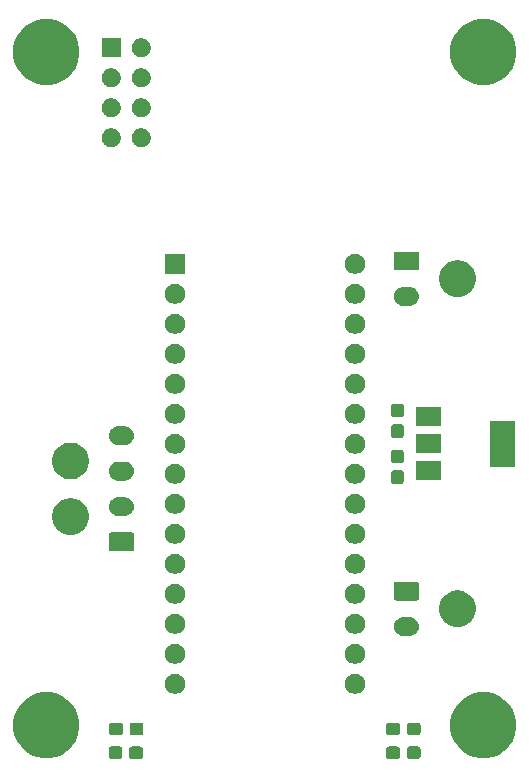
<source format=gbr>
G04 #@! TF.GenerationSoftware,KiCad,Pcbnew,(5.1.5)-3*
G04 #@! TF.CreationDate,2020-05-08T00:55:34-06:00*
G04 #@! TF.ProjectId,camera,63616d65-7261-42e6-9b69-6361645f7063,rev?*
G04 #@! TF.SameCoordinates,Original*
G04 #@! TF.FileFunction,Soldermask,Top*
G04 #@! TF.FilePolarity,Negative*
%FSLAX46Y46*%
G04 Gerber Fmt 4.6, Leading zero omitted, Abs format (unit mm)*
G04 Created by KiCad (PCBNEW (5.1.5)-3) date 2020-05-08 00:55:34*
%MOMM*%
%LPD*%
G04 APERTURE LIST*
%ADD10C,0.100000*%
G04 APERTURE END LIST*
D10*
G36*
X72015499Y-147802445D02*
G01*
X72052995Y-147813820D01*
X72087554Y-147832292D01*
X72117847Y-147857153D01*
X72142708Y-147887446D01*
X72161180Y-147922005D01*
X72172555Y-147959501D01*
X72177000Y-148004638D01*
X72177000Y-148643362D01*
X72172555Y-148688499D01*
X72161180Y-148725995D01*
X72142708Y-148760554D01*
X72117847Y-148790847D01*
X72087554Y-148815708D01*
X72052995Y-148834180D01*
X72015499Y-148845555D01*
X71970362Y-148850000D01*
X71231638Y-148850000D01*
X71186501Y-148845555D01*
X71149005Y-148834180D01*
X71114446Y-148815708D01*
X71084153Y-148790847D01*
X71059292Y-148760554D01*
X71040820Y-148725995D01*
X71029445Y-148688499D01*
X71025000Y-148643362D01*
X71025000Y-148004638D01*
X71029445Y-147959501D01*
X71040820Y-147922005D01*
X71059292Y-147887446D01*
X71084153Y-147857153D01*
X71114446Y-147832292D01*
X71149005Y-147813820D01*
X71186501Y-147802445D01*
X71231638Y-147798000D01*
X71970362Y-147798000D01*
X72015499Y-147802445D01*
G37*
G36*
X93773499Y-147802445D02*
G01*
X93810995Y-147813820D01*
X93845554Y-147832292D01*
X93875847Y-147857153D01*
X93900708Y-147887446D01*
X93919180Y-147922005D01*
X93930555Y-147959501D01*
X93935000Y-148004638D01*
X93935000Y-148643362D01*
X93930555Y-148688499D01*
X93919180Y-148725995D01*
X93900708Y-148760554D01*
X93875847Y-148790847D01*
X93845554Y-148815708D01*
X93810995Y-148834180D01*
X93773499Y-148845555D01*
X93728362Y-148850000D01*
X92989638Y-148850000D01*
X92944501Y-148845555D01*
X92907005Y-148834180D01*
X92872446Y-148815708D01*
X92842153Y-148790847D01*
X92817292Y-148760554D01*
X92798820Y-148725995D01*
X92787445Y-148688499D01*
X92783000Y-148643362D01*
X92783000Y-148004638D01*
X92787445Y-147959501D01*
X92798820Y-147922005D01*
X92817292Y-147887446D01*
X92842153Y-147857153D01*
X92872446Y-147832292D01*
X92907005Y-147813820D01*
X92944501Y-147802445D01*
X92989638Y-147798000D01*
X93728362Y-147798000D01*
X93773499Y-147802445D01*
G37*
G36*
X95523499Y-147802445D02*
G01*
X95560995Y-147813820D01*
X95595554Y-147832292D01*
X95625847Y-147857153D01*
X95650708Y-147887446D01*
X95669180Y-147922005D01*
X95680555Y-147959501D01*
X95685000Y-148004638D01*
X95685000Y-148643362D01*
X95680555Y-148688499D01*
X95669180Y-148725995D01*
X95650708Y-148760554D01*
X95625847Y-148790847D01*
X95595554Y-148815708D01*
X95560995Y-148834180D01*
X95523499Y-148845555D01*
X95478362Y-148850000D01*
X94739638Y-148850000D01*
X94694501Y-148845555D01*
X94657005Y-148834180D01*
X94622446Y-148815708D01*
X94592153Y-148790847D01*
X94567292Y-148760554D01*
X94548820Y-148725995D01*
X94537445Y-148688499D01*
X94533000Y-148643362D01*
X94533000Y-148004638D01*
X94537445Y-147959501D01*
X94548820Y-147922005D01*
X94567292Y-147887446D01*
X94592153Y-147857153D01*
X94622446Y-147832292D01*
X94657005Y-147813820D01*
X94694501Y-147802445D01*
X94739638Y-147798000D01*
X95478362Y-147798000D01*
X95523499Y-147802445D01*
G37*
G36*
X70265499Y-147802445D02*
G01*
X70302995Y-147813820D01*
X70337554Y-147832292D01*
X70367847Y-147857153D01*
X70392708Y-147887446D01*
X70411180Y-147922005D01*
X70422555Y-147959501D01*
X70427000Y-148004638D01*
X70427000Y-148643362D01*
X70422555Y-148688499D01*
X70411180Y-148725995D01*
X70392708Y-148760554D01*
X70367847Y-148790847D01*
X70337554Y-148815708D01*
X70302995Y-148834180D01*
X70265499Y-148845555D01*
X70220362Y-148850000D01*
X69481638Y-148850000D01*
X69436501Y-148845555D01*
X69399005Y-148834180D01*
X69364446Y-148815708D01*
X69334153Y-148790847D01*
X69309292Y-148760554D01*
X69290820Y-148725995D01*
X69279445Y-148688499D01*
X69275000Y-148643362D01*
X69275000Y-148004638D01*
X69279445Y-147959501D01*
X69290820Y-147922005D01*
X69309292Y-147887446D01*
X69334153Y-147857153D01*
X69364446Y-147832292D01*
X69399005Y-147813820D01*
X69436501Y-147802445D01*
X69481638Y-147798000D01*
X70220362Y-147798000D01*
X70265499Y-147802445D01*
G37*
G36*
X64817021Y-143306640D02*
G01*
X65326769Y-143517785D01*
X65326771Y-143517786D01*
X65785534Y-143824321D01*
X66175679Y-144214466D01*
X66482214Y-144673229D01*
X66482215Y-144673231D01*
X66693360Y-145182979D01*
X66801000Y-145724124D01*
X66801000Y-146275876D01*
X66693360Y-146817021D01*
X66482215Y-147326769D01*
X66482214Y-147326771D01*
X66175679Y-147785534D01*
X65785534Y-148175679D01*
X65326771Y-148482214D01*
X65326770Y-148482215D01*
X65326769Y-148482215D01*
X64817021Y-148693360D01*
X64275876Y-148801000D01*
X63724124Y-148801000D01*
X63182979Y-148693360D01*
X62673231Y-148482215D01*
X62673230Y-148482215D01*
X62673229Y-148482214D01*
X62214466Y-148175679D01*
X61824321Y-147785534D01*
X61517786Y-147326771D01*
X61517785Y-147326769D01*
X61306640Y-146817021D01*
X61199000Y-146275876D01*
X61199000Y-145724124D01*
X61306640Y-145182979D01*
X61517785Y-144673231D01*
X61517786Y-144673229D01*
X61824321Y-144214466D01*
X62214466Y-143824321D01*
X62673229Y-143517786D01*
X62673231Y-143517785D01*
X63182979Y-143306640D01*
X63724124Y-143199000D01*
X64275876Y-143199000D01*
X64817021Y-143306640D01*
G37*
G36*
X101817021Y-143306640D02*
G01*
X102326769Y-143517785D01*
X102326771Y-143517786D01*
X102785534Y-143824321D01*
X103175679Y-144214466D01*
X103482214Y-144673229D01*
X103482215Y-144673231D01*
X103693360Y-145182979D01*
X103801000Y-145724124D01*
X103801000Y-146275876D01*
X103693360Y-146817021D01*
X103482215Y-147326769D01*
X103482214Y-147326771D01*
X103175679Y-147785534D01*
X102785534Y-148175679D01*
X102326771Y-148482214D01*
X102326770Y-148482215D01*
X102326769Y-148482215D01*
X101817021Y-148693360D01*
X101275876Y-148801000D01*
X100724124Y-148801000D01*
X100182979Y-148693360D01*
X99673231Y-148482215D01*
X99673230Y-148482215D01*
X99673229Y-148482214D01*
X99214466Y-148175679D01*
X98824321Y-147785534D01*
X98517786Y-147326771D01*
X98517785Y-147326769D01*
X98306640Y-146817021D01*
X98199000Y-146275876D01*
X98199000Y-145724124D01*
X98306640Y-145182979D01*
X98517785Y-144673231D01*
X98517786Y-144673229D01*
X98824321Y-144214466D01*
X99214466Y-143824321D01*
X99673229Y-143517786D01*
X99673231Y-143517785D01*
X100182979Y-143306640D01*
X100724124Y-143199000D01*
X101275876Y-143199000D01*
X101817021Y-143306640D01*
G37*
G36*
X93773499Y-145782445D02*
G01*
X93810995Y-145793820D01*
X93845554Y-145812292D01*
X93875847Y-145837153D01*
X93900708Y-145867446D01*
X93919180Y-145902005D01*
X93930555Y-145939501D01*
X93935000Y-145984638D01*
X93935000Y-146623362D01*
X93930555Y-146668499D01*
X93919180Y-146705995D01*
X93900708Y-146740554D01*
X93875847Y-146770847D01*
X93845554Y-146795708D01*
X93810995Y-146814180D01*
X93773499Y-146825555D01*
X93728362Y-146830000D01*
X92989638Y-146830000D01*
X92944501Y-146825555D01*
X92907005Y-146814180D01*
X92872446Y-146795708D01*
X92842153Y-146770847D01*
X92817292Y-146740554D01*
X92798820Y-146705995D01*
X92787445Y-146668499D01*
X92783000Y-146623362D01*
X92783000Y-145984638D01*
X92787445Y-145939501D01*
X92798820Y-145902005D01*
X92817292Y-145867446D01*
X92842153Y-145837153D01*
X92872446Y-145812292D01*
X92907005Y-145793820D01*
X92944501Y-145782445D01*
X92989638Y-145778000D01*
X93728362Y-145778000D01*
X93773499Y-145782445D01*
G37*
G36*
X95523499Y-145782445D02*
G01*
X95560995Y-145793820D01*
X95595554Y-145812292D01*
X95625847Y-145837153D01*
X95650708Y-145867446D01*
X95669180Y-145902005D01*
X95680555Y-145939501D01*
X95685000Y-145984638D01*
X95685000Y-146623362D01*
X95680555Y-146668499D01*
X95669180Y-146705995D01*
X95650708Y-146740554D01*
X95625847Y-146770847D01*
X95595554Y-146795708D01*
X95560995Y-146814180D01*
X95523499Y-146825555D01*
X95478362Y-146830000D01*
X94739638Y-146830000D01*
X94694501Y-146825555D01*
X94657005Y-146814180D01*
X94622446Y-146795708D01*
X94592153Y-146770847D01*
X94567292Y-146740554D01*
X94548820Y-146705995D01*
X94537445Y-146668499D01*
X94533000Y-146623362D01*
X94533000Y-145984638D01*
X94537445Y-145939501D01*
X94548820Y-145902005D01*
X94567292Y-145867446D01*
X94592153Y-145837153D01*
X94622446Y-145812292D01*
X94657005Y-145793820D01*
X94694501Y-145782445D01*
X94739638Y-145778000D01*
X95478362Y-145778000D01*
X95523499Y-145782445D01*
G37*
G36*
X70310499Y-145782445D02*
G01*
X70347995Y-145793820D01*
X70382554Y-145812292D01*
X70412847Y-145837153D01*
X70437708Y-145867446D01*
X70456180Y-145902005D01*
X70467555Y-145939501D01*
X70472000Y-145984638D01*
X70472000Y-146623362D01*
X70467555Y-146668499D01*
X70456180Y-146705995D01*
X70437708Y-146740554D01*
X70412847Y-146770847D01*
X70382554Y-146795708D01*
X70347995Y-146814180D01*
X70310499Y-146825555D01*
X70265362Y-146830000D01*
X69526638Y-146830000D01*
X69481501Y-146825555D01*
X69444005Y-146814180D01*
X69409446Y-146795708D01*
X69379153Y-146770847D01*
X69354292Y-146740554D01*
X69335820Y-146705995D01*
X69324445Y-146668499D01*
X69320000Y-146623362D01*
X69320000Y-145984638D01*
X69324445Y-145939501D01*
X69335820Y-145902005D01*
X69354292Y-145867446D01*
X69379153Y-145837153D01*
X69409446Y-145812292D01*
X69444005Y-145793820D01*
X69481501Y-145782445D01*
X69526638Y-145778000D01*
X70265362Y-145778000D01*
X70310499Y-145782445D01*
G37*
G36*
X72060499Y-145782445D02*
G01*
X72097995Y-145793820D01*
X72132554Y-145812292D01*
X72162847Y-145837153D01*
X72187708Y-145867446D01*
X72206180Y-145902005D01*
X72217555Y-145939501D01*
X72222000Y-145984638D01*
X72222000Y-146623362D01*
X72217555Y-146668499D01*
X72206180Y-146705995D01*
X72187708Y-146740554D01*
X72162847Y-146770847D01*
X72132554Y-146795708D01*
X72097995Y-146814180D01*
X72060499Y-146825555D01*
X72015362Y-146830000D01*
X71276638Y-146830000D01*
X71231501Y-146825555D01*
X71194005Y-146814180D01*
X71159446Y-146795708D01*
X71129153Y-146770847D01*
X71104292Y-146740554D01*
X71085820Y-146705995D01*
X71074445Y-146668499D01*
X71070000Y-146623362D01*
X71070000Y-145984638D01*
X71074445Y-145939501D01*
X71085820Y-145902005D01*
X71104292Y-145867446D01*
X71129153Y-145837153D01*
X71159446Y-145812292D01*
X71194005Y-145793820D01*
X71231501Y-145782445D01*
X71276638Y-145778000D01*
X72015362Y-145778000D01*
X72060499Y-145782445D01*
G37*
G36*
X90378228Y-141675703D02*
G01*
X90533100Y-141739853D01*
X90672481Y-141832985D01*
X90791015Y-141951519D01*
X90884147Y-142090900D01*
X90948297Y-142245772D01*
X90981000Y-142410184D01*
X90981000Y-142577816D01*
X90948297Y-142742228D01*
X90884147Y-142897100D01*
X90791015Y-143036481D01*
X90672481Y-143155015D01*
X90533100Y-143248147D01*
X90378228Y-143312297D01*
X90213816Y-143345000D01*
X90046184Y-143345000D01*
X89881772Y-143312297D01*
X89726900Y-143248147D01*
X89587519Y-143155015D01*
X89468985Y-143036481D01*
X89375853Y-142897100D01*
X89311703Y-142742228D01*
X89279000Y-142577816D01*
X89279000Y-142410184D01*
X89311703Y-142245772D01*
X89375853Y-142090900D01*
X89468985Y-141951519D01*
X89587519Y-141832985D01*
X89726900Y-141739853D01*
X89881772Y-141675703D01*
X90046184Y-141643000D01*
X90213816Y-141643000D01*
X90378228Y-141675703D01*
G37*
G36*
X75138228Y-141675703D02*
G01*
X75293100Y-141739853D01*
X75432481Y-141832985D01*
X75551015Y-141951519D01*
X75644147Y-142090900D01*
X75708297Y-142245772D01*
X75741000Y-142410184D01*
X75741000Y-142577816D01*
X75708297Y-142742228D01*
X75644147Y-142897100D01*
X75551015Y-143036481D01*
X75432481Y-143155015D01*
X75293100Y-143248147D01*
X75138228Y-143312297D01*
X74973816Y-143345000D01*
X74806184Y-143345000D01*
X74641772Y-143312297D01*
X74486900Y-143248147D01*
X74347519Y-143155015D01*
X74228985Y-143036481D01*
X74135853Y-142897100D01*
X74071703Y-142742228D01*
X74039000Y-142577816D01*
X74039000Y-142410184D01*
X74071703Y-142245772D01*
X74135853Y-142090900D01*
X74228985Y-141951519D01*
X74347519Y-141832985D01*
X74486900Y-141739853D01*
X74641772Y-141675703D01*
X74806184Y-141643000D01*
X74973816Y-141643000D01*
X75138228Y-141675703D01*
G37*
G36*
X75138228Y-139135703D02*
G01*
X75293100Y-139199853D01*
X75432481Y-139292985D01*
X75551015Y-139411519D01*
X75644147Y-139550900D01*
X75708297Y-139705772D01*
X75741000Y-139870184D01*
X75741000Y-140037816D01*
X75708297Y-140202228D01*
X75644147Y-140357100D01*
X75551015Y-140496481D01*
X75432481Y-140615015D01*
X75293100Y-140708147D01*
X75138228Y-140772297D01*
X74973816Y-140805000D01*
X74806184Y-140805000D01*
X74641772Y-140772297D01*
X74486900Y-140708147D01*
X74347519Y-140615015D01*
X74228985Y-140496481D01*
X74135853Y-140357100D01*
X74071703Y-140202228D01*
X74039000Y-140037816D01*
X74039000Y-139870184D01*
X74071703Y-139705772D01*
X74135853Y-139550900D01*
X74228985Y-139411519D01*
X74347519Y-139292985D01*
X74486900Y-139199853D01*
X74641772Y-139135703D01*
X74806184Y-139103000D01*
X74973816Y-139103000D01*
X75138228Y-139135703D01*
G37*
G36*
X90378228Y-139135703D02*
G01*
X90533100Y-139199853D01*
X90672481Y-139292985D01*
X90791015Y-139411519D01*
X90884147Y-139550900D01*
X90948297Y-139705772D01*
X90981000Y-139870184D01*
X90981000Y-140037816D01*
X90948297Y-140202228D01*
X90884147Y-140357100D01*
X90791015Y-140496481D01*
X90672481Y-140615015D01*
X90533100Y-140708147D01*
X90378228Y-140772297D01*
X90213816Y-140805000D01*
X90046184Y-140805000D01*
X89881772Y-140772297D01*
X89726900Y-140708147D01*
X89587519Y-140615015D01*
X89468985Y-140496481D01*
X89375853Y-140357100D01*
X89311703Y-140202228D01*
X89279000Y-140037816D01*
X89279000Y-139870184D01*
X89311703Y-139705772D01*
X89375853Y-139550900D01*
X89468985Y-139411519D01*
X89587519Y-139292985D01*
X89726900Y-139199853D01*
X89881772Y-139135703D01*
X90046184Y-139103000D01*
X90213816Y-139103000D01*
X90378228Y-139135703D01*
G37*
G36*
X94826571Y-136846863D02*
G01*
X94905023Y-136854590D01*
X94984417Y-136878674D01*
X95056013Y-136900392D01*
X95195165Y-136974771D01*
X95317133Y-137074867D01*
X95417229Y-137196835D01*
X95491608Y-137335987D01*
X95495477Y-137348741D01*
X95537410Y-137486977D01*
X95552875Y-137644000D01*
X95537410Y-137801023D01*
X95532533Y-137817100D01*
X95491608Y-137952013D01*
X95417229Y-138091165D01*
X95317133Y-138213133D01*
X95195165Y-138313229D01*
X95056013Y-138387608D01*
X95005682Y-138402875D01*
X94905023Y-138433410D01*
X94826571Y-138441137D01*
X94787346Y-138445000D01*
X94188654Y-138445000D01*
X94149429Y-138441137D01*
X94070977Y-138433410D01*
X93970318Y-138402875D01*
X93919987Y-138387608D01*
X93780835Y-138313229D01*
X93658867Y-138213133D01*
X93558771Y-138091165D01*
X93484392Y-137952013D01*
X93443467Y-137817100D01*
X93438590Y-137801023D01*
X93423125Y-137644000D01*
X93438590Y-137486977D01*
X93480523Y-137348741D01*
X93484392Y-137335987D01*
X93558771Y-137196835D01*
X93658867Y-137074867D01*
X93780835Y-136974771D01*
X93919987Y-136900392D01*
X93991583Y-136878674D01*
X94070977Y-136854590D01*
X94149429Y-136846863D01*
X94188654Y-136843000D01*
X94787346Y-136843000D01*
X94826571Y-136846863D01*
G37*
G36*
X90378228Y-136595703D02*
G01*
X90533100Y-136659853D01*
X90672481Y-136752985D01*
X90791015Y-136871519D01*
X90884147Y-137010900D01*
X90948297Y-137165772D01*
X90981000Y-137330184D01*
X90981000Y-137497816D01*
X90948297Y-137662228D01*
X90884147Y-137817100D01*
X90791015Y-137956481D01*
X90672481Y-138075015D01*
X90533100Y-138168147D01*
X90378228Y-138232297D01*
X90213816Y-138265000D01*
X90046184Y-138265000D01*
X89881772Y-138232297D01*
X89726900Y-138168147D01*
X89587519Y-138075015D01*
X89468985Y-137956481D01*
X89375853Y-137817100D01*
X89311703Y-137662228D01*
X89279000Y-137497816D01*
X89279000Y-137330184D01*
X89311703Y-137165772D01*
X89375853Y-137010900D01*
X89468985Y-136871519D01*
X89587519Y-136752985D01*
X89726900Y-136659853D01*
X89881772Y-136595703D01*
X90046184Y-136563000D01*
X90213816Y-136563000D01*
X90378228Y-136595703D01*
G37*
G36*
X75138228Y-136595703D02*
G01*
X75293100Y-136659853D01*
X75432481Y-136752985D01*
X75551015Y-136871519D01*
X75644147Y-137010900D01*
X75708297Y-137165772D01*
X75741000Y-137330184D01*
X75741000Y-137497816D01*
X75708297Y-137662228D01*
X75644147Y-137817100D01*
X75551015Y-137956481D01*
X75432481Y-138075015D01*
X75293100Y-138168147D01*
X75138228Y-138232297D01*
X74973816Y-138265000D01*
X74806184Y-138265000D01*
X74641772Y-138232297D01*
X74486900Y-138168147D01*
X74347519Y-138075015D01*
X74228985Y-137956481D01*
X74135853Y-137817100D01*
X74071703Y-137662228D01*
X74039000Y-137497816D01*
X74039000Y-137330184D01*
X74071703Y-137165772D01*
X74135853Y-137010900D01*
X74228985Y-136871519D01*
X74347519Y-136752985D01*
X74486900Y-136659853D01*
X74641772Y-136595703D01*
X74806184Y-136563000D01*
X74973816Y-136563000D01*
X75138228Y-136595703D01*
G37*
G36*
X99110585Y-134622802D02*
G01*
X99260410Y-134652604D01*
X99542674Y-134769521D01*
X99796705Y-134939259D01*
X100012741Y-135155295D01*
X100182479Y-135409326D01*
X100299396Y-135691590D01*
X100359000Y-135991240D01*
X100359000Y-136296760D01*
X100299396Y-136596410D01*
X100182479Y-136878674D01*
X100012741Y-137132705D01*
X99796705Y-137348741D01*
X99542674Y-137518479D01*
X99260410Y-137635396D01*
X99125516Y-137662228D01*
X98960761Y-137695000D01*
X98655239Y-137695000D01*
X98490484Y-137662228D01*
X98355590Y-137635396D01*
X98073326Y-137518479D01*
X97819295Y-137348741D01*
X97603259Y-137132705D01*
X97433521Y-136878674D01*
X97316604Y-136596410D01*
X97257000Y-136296760D01*
X97257000Y-135991240D01*
X97316604Y-135691590D01*
X97433521Y-135409326D01*
X97603259Y-135155295D01*
X97819295Y-134939259D01*
X98073326Y-134769521D01*
X98355590Y-134652604D01*
X98505415Y-134622802D01*
X98655239Y-134593000D01*
X98960761Y-134593000D01*
X99110585Y-134622802D01*
G37*
G36*
X90378228Y-134055703D02*
G01*
X90533100Y-134119853D01*
X90672481Y-134212985D01*
X90791015Y-134331519D01*
X90884147Y-134470900D01*
X90948297Y-134625772D01*
X90981000Y-134790184D01*
X90981000Y-134957816D01*
X90948297Y-135122228D01*
X90884147Y-135277100D01*
X90791015Y-135416481D01*
X90672481Y-135535015D01*
X90533100Y-135628147D01*
X90378228Y-135692297D01*
X90213816Y-135725000D01*
X90046184Y-135725000D01*
X89881772Y-135692297D01*
X89726900Y-135628147D01*
X89587519Y-135535015D01*
X89468985Y-135416481D01*
X89375853Y-135277100D01*
X89311703Y-135122228D01*
X89279000Y-134957816D01*
X89279000Y-134790184D01*
X89311703Y-134625772D01*
X89375853Y-134470900D01*
X89468985Y-134331519D01*
X89587519Y-134212985D01*
X89726900Y-134119853D01*
X89881772Y-134055703D01*
X90046184Y-134023000D01*
X90213816Y-134023000D01*
X90378228Y-134055703D01*
G37*
G36*
X75138228Y-134055703D02*
G01*
X75293100Y-134119853D01*
X75432481Y-134212985D01*
X75551015Y-134331519D01*
X75644147Y-134470900D01*
X75708297Y-134625772D01*
X75741000Y-134790184D01*
X75741000Y-134957816D01*
X75708297Y-135122228D01*
X75644147Y-135277100D01*
X75551015Y-135416481D01*
X75432481Y-135535015D01*
X75293100Y-135628147D01*
X75138228Y-135692297D01*
X74973816Y-135725000D01*
X74806184Y-135725000D01*
X74641772Y-135692297D01*
X74486900Y-135628147D01*
X74347519Y-135535015D01*
X74228985Y-135416481D01*
X74135853Y-135277100D01*
X74071703Y-135122228D01*
X74039000Y-134957816D01*
X74039000Y-134790184D01*
X74071703Y-134625772D01*
X74135853Y-134470900D01*
X74228985Y-134331519D01*
X74347519Y-134212985D01*
X74486900Y-134119853D01*
X74641772Y-134055703D01*
X74806184Y-134023000D01*
X74973816Y-134023000D01*
X75138228Y-134055703D01*
G37*
G36*
X95401048Y-133847122D02*
G01*
X95435387Y-133857539D01*
X95467036Y-133874456D01*
X95494778Y-133897222D01*
X95517544Y-133924964D01*
X95534461Y-133956613D01*
X95544878Y-133990952D01*
X95549000Y-134032807D01*
X95549000Y-135255193D01*
X95544878Y-135297048D01*
X95534461Y-135331387D01*
X95517544Y-135363036D01*
X95494778Y-135390778D01*
X95467036Y-135413544D01*
X95435387Y-135430461D01*
X95401048Y-135440878D01*
X95359193Y-135445000D01*
X93616807Y-135445000D01*
X93574952Y-135440878D01*
X93540613Y-135430461D01*
X93508964Y-135413544D01*
X93481222Y-135390778D01*
X93458456Y-135363036D01*
X93441539Y-135331387D01*
X93431122Y-135297048D01*
X93427000Y-135255193D01*
X93427000Y-134032807D01*
X93431122Y-133990952D01*
X93441539Y-133956613D01*
X93458456Y-133924964D01*
X93481222Y-133897222D01*
X93508964Y-133874456D01*
X93540613Y-133857539D01*
X93574952Y-133847122D01*
X93616807Y-133843000D01*
X95359193Y-133843000D01*
X95401048Y-133847122D01*
G37*
G36*
X75138228Y-131515703D02*
G01*
X75293100Y-131579853D01*
X75432481Y-131672985D01*
X75551015Y-131791519D01*
X75644147Y-131930900D01*
X75708297Y-132085772D01*
X75741000Y-132250184D01*
X75741000Y-132417816D01*
X75708297Y-132582228D01*
X75644147Y-132737100D01*
X75551015Y-132876481D01*
X75432481Y-132995015D01*
X75293100Y-133088147D01*
X75138228Y-133152297D01*
X74973816Y-133185000D01*
X74806184Y-133185000D01*
X74641772Y-133152297D01*
X74486900Y-133088147D01*
X74347519Y-132995015D01*
X74228985Y-132876481D01*
X74135853Y-132737100D01*
X74071703Y-132582228D01*
X74039000Y-132417816D01*
X74039000Y-132250184D01*
X74071703Y-132085772D01*
X74135853Y-131930900D01*
X74228985Y-131791519D01*
X74347519Y-131672985D01*
X74486900Y-131579853D01*
X74641772Y-131515703D01*
X74806184Y-131483000D01*
X74973816Y-131483000D01*
X75138228Y-131515703D01*
G37*
G36*
X90378228Y-131515703D02*
G01*
X90533100Y-131579853D01*
X90672481Y-131672985D01*
X90791015Y-131791519D01*
X90884147Y-131930900D01*
X90948297Y-132085772D01*
X90981000Y-132250184D01*
X90981000Y-132417816D01*
X90948297Y-132582228D01*
X90884147Y-132737100D01*
X90791015Y-132876481D01*
X90672481Y-132995015D01*
X90533100Y-133088147D01*
X90378228Y-133152297D01*
X90213816Y-133185000D01*
X90046184Y-133185000D01*
X89881772Y-133152297D01*
X89726900Y-133088147D01*
X89587519Y-132995015D01*
X89468985Y-132876481D01*
X89375853Y-132737100D01*
X89311703Y-132582228D01*
X89279000Y-132417816D01*
X89279000Y-132250184D01*
X89311703Y-132085772D01*
X89375853Y-131930900D01*
X89468985Y-131791519D01*
X89587519Y-131672985D01*
X89726900Y-131579853D01*
X89881772Y-131515703D01*
X90046184Y-131483000D01*
X90213816Y-131483000D01*
X90378228Y-131515703D01*
G37*
G36*
X71271048Y-129687122D02*
G01*
X71305387Y-129697539D01*
X71337036Y-129714456D01*
X71364778Y-129737222D01*
X71387544Y-129764964D01*
X71404461Y-129796613D01*
X71414878Y-129830952D01*
X71419000Y-129872807D01*
X71419000Y-131095193D01*
X71414878Y-131137048D01*
X71404461Y-131171387D01*
X71387544Y-131203036D01*
X71364778Y-131230778D01*
X71337036Y-131253544D01*
X71305387Y-131270461D01*
X71271048Y-131280878D01*
X71229193Y-131285000D01*
X69486807Y-131285000D01*
X69444952Y-131280878D01*
X69410613Y-131270461D01*
X69378964Y-131253544D01*
X69351222Y-131230778D01*
X69328456Y-131203036D01*
X69311539Y-131171387D01*
X69301122Y-131137048D01*
X69297000Y-131095193D01*
X69297000Y-129872807D01*
X69301122Y-129830952D01*
X69311539Y-129796613D01*
X69328456Y-129764964D01*
X69351222Y-129737222D01*
X69378964Y-129714456D01*
X69410613Y-129697539D01*
X69444952Y-129687122D01*
X69486807Y-129683000D01*
X71229193Y-129683000D01*
X71271048Y-129687122D01*
G37*
G36*
X90378228Y-128975703D02*
G01*
X90533100Y-129039853D01*
X90672481Y-129132985D01*
X90791015Y-129251519D01*
X90884147Y-129390900D01*
X90948297Y-129545772D01*
X90981000Y-129710184D01*
X90981000Y-129877816D01*
X90948297Y-130042228D01*
X90884147Y-130197100D01*
X90791015Y-130336481D01*
X90672481Y-130455015D01*
X90533100Y-130548147D01*
X90378228Y-130612297D01*
X90213816Y-130645000D01*
X90046184Y-130645000D01*
X89881772Y-130612297D01*
X89726900Y-130548147D01*
X89587519Y-130455015D01*
X89468985Y-130336481D01*
X89375853Y-130197100D01*
X89311703Y-130042228D01*
X89279000Y-129877816D01*
X89279000Y-129710184D01*
X89311703Y-129545772D01*
X89375853Y-129390900D01*
X89468985Y-129251519D01*
X89587519Y-129132985D01*
X89726900Y-129039853D01*
X89881772Y-128975703D01*
X90046184Y-128943000D01*
X90213816Y-128943000D01*
X90378228Y-128975703D01*
G37*
G36*
X75138228Y-128975703D02*
G01*
X75293100Y-129039853D01*
X75432481Y-129132985D01*
X75551015Y-129251519D01*
X75644147Y-129390900D01*
X75708297Y-129545772D01*
X75741000Y-129710184D01*
X75741000Y-129877816D01*
X75708297Y-130042228D01*
X75644147Y-130197100D01*
X75551015Y-130336481D01*
X75432481Y-130455015D01*
X75293100Y-130548147D01*
X75138228Y-130612297D01*
X74973816Y-130645000D01*
X74806184Y-130645000D01*
X74641772Y-130612297D01*
X74486900Y-130548147D01*
X74347519Y-130455015D01*
X74228985Y-130336481D01*
X74135853Y-130197100D01*
X74071703Y-130042228D01*
X74039000Y-129877816D01*
X74039000Y-129710184D01*
X74071703Y-129545772D01*
X74135853Y-129390900D01*
X74228985Y-129251519D01*
X74347519Y-129132985D01*
X74486900Y-129039853D01*
X74641772Y-128975703D01*
X74806184Y-128943000D01*
X74973816Y-128943000D01*
X75138228Y-128975703D01*
G37*
G36*
X66340585Y-126812802D02*
G01*
X66490410Y-126842604D01*
X66772674Y-126959521D01*
X67026705Y-127129259D01*
X67242741Y-127345295D01*
X67412479Y-127599326D01*
X67529396Y-127881590D01*
X67589000Y-128181240D01*
X67589000Y-128486760D01*
X67529396Y-128786410D01*
X67412479Y-129068674D01*
X67242741Y-129322705D01*
X67026705Y-129538741D01*
X66772674Y-129708479D01*
X66490410Y-129825396D01*
X66340585Y-129855198D01*
X66190761Y-129885000D01*
X65885239Y-129885000D01*
X65735415Y-129855198D01*
X65585590Y-129825396D01*
X65303326Y-129708479D01*
X65049295Y-129538741D01*
X64833259Y-129322705D01*
X64663521Y-129068674D01*
X64546604Y-128786410D01*
X64487000Y-128486760D01*
X64487000Y-128181240D01*
X64546604Y-127881590D01*
X64663521Y-127599326D01*
X64833259Y-127345295D01*
X65049295Y-127129259D01*
X65303326Y-126959521D01*
X65585590Y-126842604D01*
X65735415Y-126812802D01*
X65885239Y-126783000D01*
X66190761Y-126783000D01*
X66340585Y-126812802D01*
G37*
G36*
X70696571Y-126686863D02*
G01*
X70775023Y-126694590D01*
X70875682Y-126725125D01*
X70926013Y-126740392D01*
X71065165Y-126814771D01*
X71187133Y-126914867D01*
X71287229Y-127036835D01*
X71361608Y-127175987D01*
X71361608Y-127175988D01*
X71407410Y-127326977D01*
X71422875Y-127484000D01*
X71407410Y-127641023D01*
X71402533Y-127657100D01*
X71361608Y-127792013D01*
X71287229Y-127931165D01*
X71187133Y-128053133D01*
X71065165Y-128153229D01*
X70926013Y-128227608D01*
X70875682Y-128242875D01*
X70775023Y-128273410D01*
X70696571Y-128281137D01*
X70657346Y-128285000D01*
X70058654Y-128285000D01*
X70019429Y-128281137D01*
X69940977Y-128273410D01*
X69840318Y-128242875D01*
X69789987Y-128227608D01*
X69650835Y-128153229D01*
X69528867Y-128053133D01*
X69428771Y-127931165D01*
X69354392Y-127792013D01*
X69313467Y-127657100D01*
X69308590Y-127641023D01*
X69293125Y-127484000D01*
X69308590Y-127326977D01*
X69354392Y-127175988D01*
X69354392Y-127175987D01*
X69428771Y-127036835D01*
X69528867Y-126914867D01*
X69650835Y-126814771D01*
X69789987Y-126740392D01*
X69840318Y-126725125D01*
X69940977Y-126694590D01*
X70019429Y-126686863D01*
X70058654Y-126683000D01*
X70657346Y-126683000D01*
X70696571Y-126686863D01*
G37*
G36*
X75138228Y-126435703D02*
G01*
X75293100Y-126499853D01*
X75432481Y-126592985D01*
X75551015Y-126711519D01*
X75644147Y-126850900D01*
X75708297Y-127005772D01*
X75741000Y-127170184D01*
X75741000Y-127337816D01*
X75708297Y-127502228D01*
X75644147Y-127657100D01*
X75551015Y-127796481D01*
X75432481Y-127915015D01*
X75293100Y-128008147D01*
X75138228Y-128072297D01*
X74973816Y-128105000D01*
X74806184Y-128105000D01*
X74641772Y-128072297D01*
X74486900Y-128008147D01*
X74347519Y-127915015D01*
X74228985Y-127796481D01*
X74135853Y-127657100D01*
X74071703Y-127502228D01*
X74039000Y-127337816D01*
X74039000Y-127170184D01*
X74071703Y-127005772D01*
X74135853Y-126850900D01*
X74228985Y-126711519D01*
X74347519Y-126592985D01*
X74486900Y-126499853D01*
X74641772Y-126435703D01*
X74806184Y-126403000D01*
X74973816Y-126403000D01*
X75138228Y-126435703D01*
G37*
G36*
X90378228Y-126435703D02*
G01*
X90533100Y-126499853D01*
X90672481Y-126592985D01*
X90791015Y-126711519D01*
X90884147Y-126850900D01*
X90948297Y-127005772D01*
X90981000Y-127170184D01*
X90981000Y-127337816D01*
X90948297Y-127502228D01*
X90884147Y-127657100D01*
X90791015Y-127796481D01*
X90672481Y-127915015D01*
X90533100Y-128008147D01*
X90378228Y-128072297D01*
X90213816Y-128105000D01*
X90046184Y-128105000D01*
X89881772Y-128072297D01*
X89726900Y-128008147D01*
X89587519Y-127915015D01*
X89468985Y-127796481D01*
X89375853Y-127657100D01*
X89311703Y-127502228D01*
X89279000Y-127337816D01*
X89279000Y-127170184D01*
X89311703Y-127005772D01*
X89375853Y-126850900D01*
X89468985Y-126711519D01*
X89587519Y-126592985D01*
X89726900Y-126499853D01*
X89881772Y-126435703D01*
X90046184Y-126403000D01*
X90213816Y-126403000D01*
X90378228Y-126435703D01*
G37*
G36*
X94090499Y-124422445D02*
G01*
X94127995Y-124433820D01*
X94162554Y-124452292D01*
X94192847Y-124477153D01*
X94217708Y-124507446D01*
X94236180Y-124542005D01*
X94247555Y-124579501D01*
X94252000Y-124624638D01*
X94252000Y-125363362D01*
X94247555Y-125408499D01*
X94236180Y-125445995D01*
X94217708Y-125480554D01*
X94192847Y-125510847D01*
X94162554Y-125535708D01*
X94127995Y-125554180D01*
X94090499Y-125565555D01*
X94045362Y-125570000D01*
X93406638Y-125570000D01*
X93361501Y-125565555D01*
X93324005Y-125554180D01*
X93289446Y-125535708D01*
X93259153Y-125510847D01*
X93234292Y-125480554D01*
X93215820Y-125445995D01*
X93204445Y-125408499D01*
X93200000Y-125363362D01*
X93200000Y-124624638D01*
X93204445Y-124579501D01*
X93215820Y-124542005D01*
X93234292Y-124507446D01*
X93259153Y-124477153D01*
X93289446Y-124452292D01*
X93324005Y-124433820D01*
X93361501Y-124422445D01*
X93406638Y-124418000D01*
X94045362Y-124418000D01*
X94090499Y-124422445D01*
G37*
G36*
X75138228Y-123895703D02*
G01*
X75293100Y-123959853D01*
X75432481Y-124052985D01*
X75551015Y-124171519D01*
X75644147Y-124310900D01*
X75708297Y-124465772D01*
X75741000Y-124630184D01*
X75741000Y-124797816D01*
X75708297Y-124962228D01*
X75644147Y-125117100D01*
X75551015Y-125256481D01*
X75432481Y-125375015D01*
X75293100Y-125468147D01*
X75138228Y-125532297D01*
X74973816Y-125565000D01*
X74806184Y-125565000D01*
X74641772Y-125532297D01*
X74486900Y-125468147D01*
X74347519Y-125375015D01*
X74228985Y-125256481D01*
X74135853Y-125117100D01*
X74071703Y-124962228D01*
X74039000Y-124797816D01*
X74039000Y-124630184D01*
X74071703Y-124465772D01*
X74135853Y-124310900D01*
X74228985Y-124171519D01*
X74347519Y-124052985D01*
X74486900Y-123959853D01*
X74641772Y-123895703D01*
X74806184Y-123863000D01*
X74973816Y-123863000D01*
X75138228Y-123895703D01*
G37*
G36*
X90378228Y-123895703D02*
G01*
X90533100Y-123959853D01*
X90672481Y-124052985D01*
X90791015Y-124171519D01*
X90884147Y-124310900D01*
X90948297Y-124465772D01*
X90981000Y-124630184D01*
X90981000Y-124797816D01*
X90948297Y-124962228D01*
X90884147Y-125117100D01*
X90791015Y-125256481D01*
X90672481Y-125375015D01*
X90533100Y-125468147D01*
X90378228Y-125532297D01*
X90213816Y-125565000D01*
X90046184Y-125565000D01*
X89881772Y-125532297D01*
X89726900Y-125468147D01*
X89587519Y-125375015D01*
X89468985Y-125256481D01*
X89375853Y-125117100D01*
X89311703Y-124962228D01*
X89279000Y-124797816D01*
X89279000Y-124630184D01*
X89311703Y-124465772D01*
X89375853Y-124310900D01*
X89468985Y-124171519D01*
X89587519Y-124052985D01*
X89726900Y-123959853D01*
X89881772Y-123895703D01*
X90046184Y-123863000D01*
X90213816Y-123863000D01*
X90378228Y-123895703D01*
G37*
G36*
X70696571Y-123686863D02*
G01*
X70775023Y-123694590D01*
X70875682Y-123725125D01*
X70926013Y-123740392D01*
X71065165Y-123814771D01*
X71187133Y-123914867D01*
X71287229Y-124036835D01*
X71361608Y-124175987D01*
X71361608Y-124175988D01*
X71407410Y-124326977D01*
X71422875Y-124484000D01*
X71407410Y-124641023D01*
X71395283Y-124681000D01*
X71361608Y-124792013D01*
X71287229Y-124931165D01*
X71187133Y-125053133D01*
X71065165Y-125153229D01*
X70926013Y-125227608D01*
X70875682Y-125242875D01*
X70775023Y-125273410D01*
X70696571Y-125281137D01*
X70657346Y-125285000D01*
X70058654Y-125285000D01*
X70019429Y-125281137D01*
X69940977Y-125273410D01*
X69840318Y-125242875D01*
X69789987Y-125227608D01*
X69650835Y-125153229D01*
X69528867Y-125053133D01*
X69428771Y-124931165D01*
X69354392Y-124792013D01*
X69320717Y-124681000D01*
X69308590Y-124641023D01*
X69293125Y-124484000D01*
X69308590Y-124326977D01*
X69354392Y-124175988D01*
X69354392Y-124175987D01*
X69428771Y-124036835D01*
X69528867Y-123914867D01*
X69650835Y-123814771D01*
X69789987Y-123740392D01*
X69840318Y-123725125D01*
X69940977Y-123694590D01*
X70019429Y-123686863D01*
X70058654Y-123683000D01*
X70657346Y-123683000D01*
X70696571Y-123686863D01*
G37*
G36*
X97409000Y-125270000D02*
G01*
X95307000Y-125270000D01*
X95307000Y-123668000D01*
X97409000Y-123668000D01*
X97409000Y-125270000D01*
G37*
G36*
X66340585Y-122112802D02*
G01*
X66490410Y-122142604D01*
X66772674Y-122259521D01*
X67026705Y-122429259D01*
X67242741Y-122645295D01*
X67412479Y-122899326D01*
X67529396Y-123181590D01*
X67529396Y-123181591D01*
X67589000Y-123481239D01*
X67589000Y-123786761D01*
X67585535Y-123804180D01*
X67529396Y-124086410D01*
X67412479Y-124368674D01*
X67242741Y-124622705D01*
X67026705Y-124838741D01*
X66772674Y-125008479D01*
X66490410Y-125125396D01*
X66350484Y-125153229D01*
X66190761Y-125185000D01*
X65885239Y-125185000D01*
X65725516Y-125153229D01*
X65585590Y-125125396D01*
X65303326Y-125008479D01*
X65049295Y-124838741D01*
X64833259Y-124622705D01*
X64663521Y-124368674D01*
X64546604Y-124086410D01*
X64490465Y-123804180D01*
X64487000Y-123786761D01*
X64487000Y-123481239D01*
X64546604Y-123181591D01*
X64546604Y-123181590D01*
X64663521Y-122899326D01*
X64833259Y-122645295D01*
X65049295Y-122429259D01*
X65303326Y-122259521D01*
X65585590Y-122142604D01*
X65735415Y-122112802D01*
X65885239Y-122083000D01*
X66190761Y-122083000D01*
X66340585Y-122112802D01*
G37*
G36*
X103709000Y-124120000D02*
G01*
X101607000Y-124120000D01*
X101607000Y-120218000D01*
X103709000Y-120218000D01*
X103709000Y-124120000D01*
G37*
G36*
X94090499Y-122672445D02*
G01*
X94127995Y-122683820D01*
X94162554Y-122702292D01*
X94192847Y-122727153D01*
X94217708Y-122757446D01*
X94236180Y-122792005D01*
X94247555Y-122829501D01*
X94252000Y-122874638D01*
X94252000Y-123613362D01*
X94247555Y-123658499D01*
X94236180Y-123695995D01*
X94217708Y-123730554D01*
X94192847Y-123760847D01*
X94162554Y-123785708D01*
X94127995Y-123804180D01*
X94090499Y-123815555D01*
X94045362Y-123820000D01*
X93406638Y-123820000D01*
X93361501Y-123815555D01*
X93324005Y-123804180D01*
X93289446Y-123785708D01*
X93259153Y-123760847D01*
X93234292Y-123730554D01*
X93215820Y-123695995D01*
X93204445Y-123658499D01*
X93200000Y-123613362D01*
X93200000Y-122874638D01*
X93204445Y-122829501D01*
X93215820Y-122792005D01*
X93234292Y-122757446D01*
X93259153Y-122727153D01*
X93289446Y-122702292D01*
X93324005Y-122683820D01*
X93361501Y-122672445D01*
X93406638Y-122668000D01*
X94045362Y-122668000D01*
X94090499Y-122672445D01*
G37*
G36*
X90378228Y-121355703D02*
G01*
X90533100Y-121419853D01*
X90672481Y-121512985D01*
X90791015Y-121631519D01*
X90884147Y-121770900D01*
X90948297Y-121925772D01*
X90981000Y-122090184D01*
X90981000Y-122257816D01*
X90948297Y-122422228D01*
X90884147Y-122577100D01*
X90791015Y-122716481D01*
X90672481Y-122835015D01*
X90533100Y-122928147D01*
X90378228Y-122992297D01*
X90213816Y-123025000D01*
X90046184Y-123025000D01*
X89881772Y-122992297D01*
X89726900Y-122928147D01*
X89587519Y-122835015D01*
X89468985Y-122716481D01*
X89375853Y-122577100D01*
X89311703Y-122422228D01*
X89279000Y-122257816D01*
X89279000Y-122090184D01*
X89311703Y-121925772D01*
X89375853Y-121770900D01*
X89468985Y-121631519D01*
X89587519Y-121512985D01*
X89726900Y-121419853D01*
X89881772Y-121355703D01*
X90046184Y-121323000D01*
X90213816Y-121323000D01*
X90378228Y-121355703D01*
G37*
G36*
X75138228Y-121355703D02*
G01*
X75293100Y-121419853D01*
X75432481Y-121512985D01*
X75551015Y-121631519D01*
X75644147Y-121770900D01*
X75708297Y-121925772D01*
X75741000Y-122090184D01*
X75741000Y-122257816D01*
X75708297Y-122422228D01*
X75644147Y-122577100D01*
X75551015Y-122716481D01*
X75432481Y-122835015D01*
X75293100Y-122928147D01*
X75138228Y-122992297D01*
X74973816Y-123025000D01*
X74806184Y-123025000D01*
X74641772Y-122992297D01*
X74486900Y-122928147D01*
X74347519Y-122835015D01*
X74228985Y-122716481D01*
X74135853Y-122577100D01*
X74071703Y-122422228D01*
X74039000Y-122257816D01*
X74039000Y-122090184D01*
X74071703Y-121925772D01*
X74135853Y-121770900D01*
X74228985Y-121631519D01*
X74347519Y-121512985D01*
X74486900Y-121419853D01*
X74641772Y-121355703D01*
X74806184Y-121323000D01*
X74973816Y-121323000D01*
X75138228Y-121355703D01*
G37*
G36*
X97409000Y-122970000D02*
G01*
X95307000Y-122970000D01*
X95307000Y-121368000D01*
X97409000Y-121368000D01*
X97409000Y-122970000D01*
G37*
G36*
X70696571Y-120686863D02*
G01*
X70775023Y-120694590D01*
X70874078Y-120724638D01*
X70926013Y-120740392D01*
X71065165Y-120814771D01*
X71187133Y-120914867D01*
X71287229Y-121036835D01*
X71361608Y-121175987D01*
X71361608Y-121175988D01*
X71407410Y-121326977D01*
X71422875Y-121484000D01*
X71407410Y-121641023D01*
X71376875Y-121741682D01*
X71361608Y-121792013D01*
X71287229Y-121931165D01*
X71187133Y-122053133D01*
X71065165Y-122153229D01*
X70926013Y-122227608D01*
X70875682Y-122242875D01*
X70775023Y-122273410D01*
X70696571Y-122281137D01*
X70657346Y-122285000D01*
X70058654Y-122285000D01*
X70019429Y-122281137D01*
X69940977Y-122273410D01*
X69840318Y-122242875D01*
X69789987Y-122227608D01*
X69650835Y-122153229D01*
X69528867Y-122053133D01*
X69428771Y-121931165D01*
X69354392Y-121792013D01*
X69339125Y-121741682D01*
X69308590Y-121641023D01*
X69293125Y-121484000D01*
X69308590Y-121326977D01*
X69354392Y-121175988D01*
X69354392Y-121175987D01*
X69428771Y-121036835D01*
X69528867Y-120914867D01*
X69650835Y-120814771D01*
X69789987Y-120740392D01*
X69841922Y-120724638D01*
X69940977Y-120694590D01*
X70019429Y-120686863D01*
X70058654Y-120683000D01*
X70657346Y-120683000D01*
X70696571Y-120686863D01*
G37*
G36*
X94090499Y-120522445D02*
G01*
X94127995Y-120533820D01*
X94162554Y-120552292D01*
X94192847Y-120577153D01*
X94217708Y-120607446D01*
X94236180Y-120642005D01*
X94247555Y-120679501D01*
X94252000Y-120724638D01*
X94252000Y-121463362D01*
X94247555Y-121508499D01*
X94236180Y-121545995D01*
X94217708Y-121580554D01*
X94192847Y-121610847D01*
X94162554Y-121635708D01*
X94127995Y-121654180D01*
X94090499Y-121665555D01*
X94045362Y-121670000D01*
X93406638Y-121670000D01*
X93361501Y-121665555D01*
X93324005Y-121654180D01*
X93289446Y-121635708D01*
X93259153Y-121610847D01*
X93234292Y-121580554D01*
X93215820Y-121545995D01*
X93204445Y-121508499D01*
X93200000Y-121463362D01*
X93200000Y-120724638D01*
X93204445Y-120679501D01*
X93215820Y-120642005D01*
X93234292Y-120607446D01*
X93259153Y-120577153D01*
X93289446Y-120552292D01*
X93324005Y-120533820D01*
X93361501Y-120522445D01*
X93406638Y-120518000D01*
X94045362Y-120518000D01*
X94090499Y-120522445D01*
G37*
G36*
X97409000Y-120670000D02*
G01*
X95307000Y-120670000D01*
X95307000Y-119068000D01*
X97409000Y-119068000D01*
X97409000Y-120670000D01*
G37*
G36*
X75138228Y-118815703D02*
G01*
X75293100Y-118879853D01*
X75432481Y-118972985D01*
X75551015Y-119091519D01*
X75644147Y-119230900D01*
X75708297Y-119385772D01*
X75741000Y-119550184D01*
X75741000Y-119717816D01*
X75708297Y-119882228D01*
X75644147Y-120037100D01*
X75551015Y-120176481D01*
X75432481Y-120295015D01*
X75293100Y-120388147D01*
X75138228Y-120452297D01*
X74973816Y-120485000D01*
X74806184Y-120485000D01*
X74641772Y-120452297D01*
X74486900Y-120388147D01*
X74347519Y-120295015D01*
X74228985Y-120176481D01*
X74135853Y-120037100D01*
X74071703Y-119882228D01*
X74039000Y-119717816D01*
X74039000Y-119550184D01*
X74071703Y-119385772D01*
X74135853Y-119230900D01*
X74228985Y-119091519D01*
X74347519Y-118972985D01*
X74486900Y-118879853D01*
X74641772Y-118815703D01*
X74806184Y-118783000D01*
X74973816Y-118783000D01*
X75138228Y-118815703D01*
G37*
G36*
X90378228Y-118815703D02*
G01*
X90533100Y-118879853D01*
X90672481Y-118972985D01*
X90791015Y-119091519D01*
X90884147Y-119230900D01*
X90948297Y-119385772D01*
X90981000Y-119550184D01*
X90981000Y-119717816D01*
X90948297Y-119882228D01*
X90884147Y-120037100D01*
X90791015Y-120176481D01*
X90672481Y-120295015D01*
X90533100Y-120388147D01*
X90378228Y-120452297D01*
X90213816Y-120485000D01*
X90046184Y-120485000D01*
X89881772Y-120452297D01*
X89726900Y-120388147D01*
X89587519Y-120295015D01*
X89468985Y-120176481D01*
X89375853Y-120037100D01*
X89311703Y-119882228D01*
X89279000Y-119717816D01*
X89279000Y-119550184D01*
X89311703Y-119385772D01*
X89375853Y-119230900D01*
X89468985Y-119091519D01*
X89587519Y-118972985D01*
X89726900Y-118879853D01*
X89881772Y-118815703D01*
X90046184Y-118783000D01*
X90213816Y-118783000D01*
X90378228Y-118815703D01*
G37*
G36*
X94090499Y-118772445D02*
G01*
X94127995Y-118783820D01*
X94162554Y-118802292D01*
X94192847Y-118827153D01*
X94217708Y-118857446D01*
X94236180Y-118892005D01*
X94247555Y-118929501D01*
X94252000Y-118974638D01*
X94252000Y-119713362D01*
X94247555Y-119758499D01*
X94236180Y-119795995D01*
X94217708Y-119830554D01*
X94192847Y-119860847D01*
X94162554Y-119885708D01*
X94127995Y-119904180D01*
X94090499Y-119915555D01*
X94045362Y-119920000D01*
X93406638Y-119920000D01*
X93361501Y-119915555D01*
X93324005Y-119904180D01*
X93289446Y-119885708D01*
X93259153Y-119860847D01*
X93234292Y-119830554D01*
X93215820Y-119795995D01*
X93204445Y-119758499D01*
X93200000Y-119713362D01*
X93200000Y-118974638D01*
X93204445Y-118929501D01*
X93215820Y-118892005D01*
X93234292Y-118857446D01*
X93259153Y-118827153D01*
X93289446Y-118802292D01*
X93324005Y-118783820D01*
X93361501Y-118772445D01*
X93406638Y-118768000D01*
X94045362Y-118768000D01*
X94090499Y-118772445D01*
G37*
G36*
X90378228Y-116275703D02*
G01*
X90533100Y-116339853D01*
X90672481Y-116432985D01*
X90791015Y-116551519D01*
X90884147Y-116690900D01*
X90948297Y-116845772D01*
X90981000Y-117010184D01*
X90981000Y-117177816D01*
X90948297Y-117342228D01*
X90884147Y-117497100D01*
X90791015Y-117636481D01*
X90672481Y-117755015D01*
X90533100Y-117848147D01*
X90378228Y-117912297D01*
X90213816Y-117945000D01*
X90046184Y-117945000D01*
X89881772Y-117912297D01*
X89726900Y-117848147D01*
X89587519Y-117755015D01*
X89468985Y-117636481D01*
X89375853Y-117497100D01*
X89311703Y-117342228D01*
X89279000Y-117177816D01*
X89279000Y-117010184D01*
X89311703Y-116845772D01*
X89375853Y-116690900D01*
X89468985Y-116551519D01*
X89587519Y-116432985D01*
X89726900Y-116339853D01*
X89881772Y-116275703D01*
X90046184Y-116243000D01*
X90213816Y-116243000D01*
X90378228Y-116275703D01*
G37*
G36*
X75138228Y-116275703D02*
G01*
X75293100Y-116339853D01*
X75432481Y-116432985D01*
X75551015Y-116551519D01*
X75644147Y-116690900D01*
X75708297Y-116845772D01*
X75741000Y-117010184D01*
X75741000Y-117177816D01*
X75708297Y-117342228D01*
X75644147Y-117497100D01*
X75551015Y-117636481D01*
X75432481Y-117755015D01*
X75293100Y-117848147D01*
X75138228Y-117912297D01*
X74973816Y-117945000D01*
X74806184Y-117945000D01*
X74641772Y-117912297D01*
X74486900Y-117848147D01*
X74347519Y-117755015D01*
X74228985Y-117636481D01*
X74135853Y-117497100D01*
X74071703Y-117342228D01*
X74039000Y-117177816D01*
X74039000Y-117010184D01*
X74071703Y-116845772D01*
X74135853Y-116690900D01*
X74228985Y-116551519D01*
X74347519Y-116432985D01*
X74486900Y-116339853D01*
X74641772Y-116275703D01*
X74806184Y-116243000D01*
X74973816Y-116243000D01*
X75138228Y-116275703D01*
G37*
G36*
X75138228Y-113735703D02*
G01*
X75293100Y-113799853D01*
X75432481Y-113892985D01*
X75551015Y-114011519D01*
X75644147Y-114150900D01*
X75708297Y-114305772D01*
X75741000Y-114470184D01*
X75741000Y-114637816D01*
X75708297Y-114802228D01*
X75644147Y-114957100D01*
X75551015Y-115096481D01*
X75432481Y-115215015D01*
X75293100Y-115308147D01*
X75138228Y-115372297D01*
X74973816Y-115405000D01*
X74806184Y-115405000D01*
X74641772Y-115372297D01*
X74486900Y-115308147D01*
X74347519Y-115215015D01*
X74228985Y-115096481D01*
X74135853Y-114957100D01*
X74071703Y-114802228D01*
X74039000Y-114637816D01*
X74039000Y-114470184D01*
X74071703Y-114305772D01*
X74135853Y-114150900D01*
X74228985Y-114011519D01*
X74347519Y-113892985D01*
X74486900Y-113799853D01*
X74641772Y-113735703D01*
X74806184Y-113703000D01*
X74973816Y-113703000D01*
X75138228Y-113735703D01*
G37*
G36*
X90378228Y-113735703D02*
G01*
X90533100Y-113799853D01*
X90672481Y-113892985D01*
X90791015Y-114011519D01*
X90884147Y-114150900D01*
X90948297Y-114305772D01*
X90981000Y-114470184D01*
X90981000Y-114637816D01*
X90948297Y-114802228D01*
X90884147Y-114957100D01*
X90791015Y-115096481D01*
X90672481Y-115215015D01*
X90533100Y-115308147D01*
X90378228Y-115372297D01*
X90213816Y-115405000D01*
X90046184Y-115405000D01*
X89881772Y-115372297D01*
X89726900Y-115308147D01*
X89587519Y-115215015D01*
X89468985Y-115096481D01*
X89375853Y-114957100D01*
X89311703Y-114802228D01*
X89279000Y-114637816D01*
X89279000Y-114470184D01*
X89311703Y-114305772D01*
X89375853Y-114150900D01*
X89468985Y-114011519D01*
X89587519Y-113892985D01*
X89726900Y-113799853D01*
X89881772Y-113735703D01*
X90046184Y-113703000D01*
X90213816Y-113703000D01*
X90378228Y-113735703D01*
G37*
G36*
X90378228Y-111195703D02*
G01*
X90533100Y-111259853D01*
X90672481Y-111352985D01*
X90791015Y-111471519D01*
X90884147Y-111610900D01*
X90948297Y-111765772D01*
X90981000Y-111930184D01*
X90981000Y-112097816D01*
X90948297Y-112262228D01*
X90884147Y-112417100D01*
X90791015Y-112556481D01*
X90672481Y-112675015D01*
X90533100Y-112768147D01*
X90378228Y-112832297D01*
X90213816Y-112865000D01*
X90046184Y-112865000D01*
X89881772Y-112832297D01*
X89726900Y-112768147D01*
X89587519Y-112675015D01*
X89468985Y-112556481D01*
X89375853Y-112417100D01*
X89311703Y-112262228D01*
X89279000Y-112097816D01*
X89279000Y-111930184D01*
X89311703Y-111765772D01*
X89375853Y-111610900D01*
X89468985Y-111471519D01*
X89587519Y-111352985D01*
X89726900Y-111259853D01*
X89881772Y-111195703D01*
X90046184Y-111163000D01*
X90213816Y-111163000D01*
X90378228Y-111195703D01*
G37*
G36*
X75138228Y-111195703D02*
G01*
X75293100Y-111259853D01*
X75432481Y-111352985D01*
X75551015Y-111471519D01*
X75644147Y-111610900D01*
X75708297Y-111765772D01*
X75741000Y-111930184D01*
X75741000Y-112097816D01*
X75708297Y-112262228D01*
X75644147Y-112417100D01*
X75551015Y-112556481D01*
X75432481Y-112675015D01*
X75293100Y-112768147D01*
X75138228Y-112832297D01*
X74973816Y-112865000D01*
X74806184Y-112865000D01*
X74641772Y-112832297D01*
X74486900Y-112768147D01*
X74347519Y-112675015D01*
X74228985Y-112556481D01*
X74135853Y-112417100D01*
X74071703Y-112262228D01*
X74039000Y-112097816D01*
X74039000Y-111930184D01*
X74071703Y-111765772D01*
X74135853Y-111610900D01*
X74228985Y-111471519D01*
X74347519Y-111352985D01*
X74486900Y-111259853D01*
X74641772Y-111195703D01*
X74806184Y-111163000D01*
X74973816Y-111163000D01*
X75138228Y-111195703D01*
G37*
G36*
X94826571Y-108896863D02*
G01*
X94905023Y-108904590D01*
X94984417Y-108928674D01*
X95056013Y-108950392D01*
X95195165Y-109024771D01*
X95317133Y-109124867D01*
X95417229Y-109246835D01*
X95491608Y-109385987D01*
X95495477Y-109398741D01*
X95537410Y-109536977D01*
X95552875Y-109694000D01*
X95537410Y-109851023D01*
X95506875Y-109951682D01*
X95491608Y-110002013D01*
X95417229Y-110141165D01*
X95317133Y-110263133D01*
X95195165Y-110363229D01*
X95056013Y-110437608D01*
X95005682Y-110452875D01*
X94905023Y-110483410D01*
X94826571Y-110491137D01*
X94787346Y-110495000D01*
X94188654Y-110495000D01*
X94149429Y-110491137D01*
X94070977Y-110483410D01*
X93970318Y-110452875D01*
X93919987Y-110437608D01*
X93780835Y-110363229D01*
X93658867Y-110263133D01*
X93558771Y-110141165D01*
X93484392Y-110002013D01*
X93469125Y-109951682D01*
X93438590Y-109851023D01*
X93423125Y-109694000D01*
X93438590Y-109536977D01*
X93480523Y-109398741D01*
X93484392Y-109385987D01*
X93558771Y-109246835D01*
X93658867Y-109124867D01*
X93780835Y-109024771D01*
X93919987Y-108950392D01*
X93991583Y-108928674D01*
X94070977Y-108904590D01*
X94149429Y-108896863D01*
X94188654Y-108893000D01*
X94787346Y-108893000D01*
X94826571Y-108896863D01*
G37*
G36*
X90378228Y-108655703D02*
G01*
X90533100Y-108719853D01*
X90672481Y-108812985D01*
X90791015Y-108931519D01*
X90884147Y-109070900D01*
X90948297Y-109225772D01*
X90981000Y-109390184D01*
X90981000Y-109557816D01*
X90948297Y-109722228D01*
X90884147Y-109877100D01*
X90791015Y-110016481D01*
X90672481Y-110135015D01*
X90533100Y-110228147D01*
X90378228Y-110292297D01*
X90213816Y-110325000D01*
X90046184Y-110325000D01*
X89881772Y-110292297D01*
X89726900Y-110228147D01*
X89587519Y-110135015D01*
X89468985Y-110016481D01*
X89375853Y-109877100D01*
X89311703Y-109722228D01*
X89279000Y-109557816D01*
X89279000Y-109390184D01*
X89311703Y-109225772D01*
X89375853Y-109070900D01*
X89468985Y-108931519D01*
X89587519Y-108812985D01*
X89726900Y-108719853D01*
X89881772Y-108655703D01*
X90046184Y-108623000D01*
X90213816Y-108623000D01*
X90378228Y-108655703D01*
G37*
G36*
X75138228Y-108655703D02*
G01*
X75293100Y-108719853D01*
X75432481Y-108812985D01*
X75551015Y-108931519D01*
X75644147Y-109070900D01*
X75708297Y-109225772D01*
X75741000Y-109390184D01*
X75741000Y-109557816D01*
X75708297Y-109722228D01*
X75644147Y-109877100D01*
X75551015Y-110016481D01*
X75432481Y-110135015D01*
X75293100Y-110228147D01*
X75138228Y-110292297D01*
X74973816Y-110325000D01*
X74806184Y-110325000D01*
X74641772Y-110292297D01*
X74486900Y-110228147D01*
X74347519Y-110135015D01*
X74228985Y-110016481D01*
X74135853Y-109877100D01*
X74071703Y-109722228D01*
X74039000Y-109557816D01*
X74039000Y-109390184D01*
X74071703Y-109225772D01*
X74135853Y-109070900D01*
X74228985Y-108931519D01*
X74347519Y-108812985D01*
X74486900Y-108719853D01*
X74641772Y-108655703D01*
X74806184Y-108623000D01*
X74973816Y-108623000D01*
X75138228Y-108655703D01*
G37*
G36*
X99110585Y-106672802D02*
G01*
X99260410Y-106702604D01*
X99542674Y-106819521D01*
X99796705Y-106989259D01*
X100012741Y-107205295D01*
X100182479Y-107459326D01*
X100299396Y-107741590D01*
X100359000Y-108041240D01*
X100359000Y-108346760D01*
X100299396Y-108646410D01*
X100182479Y-108928674D01*
X100012741Y-109182705D01*
X99796705Y-109398741D01*
X99542674Y-109568479D01*
X99260410Y-109685396D01*
X99110585Y-109715198D01*
X98960761Y-109745000D01*
X98655239Y-109745000D01*
X98505415Y-109715198D01*
X98355590Y-109685396D01*
X98073326Y-109568479D01*
X97819295Y-109398741D01*
X97603259Y-109182705D01*
X97433521Y-108928674D01*
X97316604Y-108646410D01*
X97257000Y-108346760D01*
X97257000Y-108041240D01*
X97316604Y-107741590D01*
X97433521Y-107459326D01*
X97603259Y-107205295D01*
X97819295Y-106989259D01*
X98073326Y-106819521D01*
X98355590Y-106702604D01*
X98505415Y-106672802D01*
X98655239Y-106643000D01*
X98960761Y-106643000D01*
X99110585Y-106672802D01*
G37*
G36*
X75741000Y-107785000D02*
G01*
X74039000Y-107785000D01*
X74039000Y-106083000D01*
X75741000Y-106083000D01*
X75741000Y-107785000D01*
G37*
G36*
X90378228Y-106115703D02*
G01*
X90533100Y-106179853D01*
X90672481Y-106272985D01*
X90791015Y-106391519D01*
X90884147Y-106530900D01*
X90948297Y-106685772D01*
X90981000Y-106850184D01*
X90981000Y-107017816D01*
X90948297Y-107182228D01*
X90884147Y-107337100D01*
X90791015Y-107476481D01*
X90672481Y-107595015D01*
X90533100Y-107688147D01*
X90378228Y-107752297D01*
X90213816Y-107785000D01*
X90046184Y-107785000D01*
X89881772Y-107752297D01*
X89726900Y-107688147D01*
X89587519Y-107595015D01*
X89468985Y-107476481D01*
X89375853Y-107337100D01*
X89311703Y-107182228D01*
X89279000Y-107017816D01*
X89279000Y-106850184D01*
X89311703Y-106685772D01*
X89375853Y-106530900D01*
X89468985Y-106391519D01*
X89587519Y-106272985D01*
X89726900Y-106179853D01*
X89881772Y-106115703D01*
X90046184Y-106083000D01*
X90213816Y-106083000D01*
X90378228Y-106115703D01*
G37*
G36*
X95401048Y-105897122D02*
G01*
X95435387Y-105907539D01*
X95467036Y-105924456D01*
X95494778Y-105947222D01*
X95517544Y-105974964D01*
X95534461Y-106006613D01*
X95544878Y-106040952D01*
X95549000Y-106082807D01*
X95549000Y-107305193D01*
X95544878Y-107347048D01*
X95534461Y-107381387D01*
X95517544Y-107413036D01*
X95494778Y-107440778D01*
X95467036Y-107463544D01*
X95435387Y-107480461D01*
X95401048Y-107490878D01*
X95359193Y-107495000D01*
X93616807Y-107495000D01*
X93574952Y-107490878D01*
X93540613Y-107480461D01*
X93508964Y-107463544D01*
X93481222Y-107440778D01*
X93458456Y-107413036D01*
X93441539Y-107381387D01*
X93431122Y-107347048D01*
X93427000Y-107305193D01*
X93427000Y-106082807D01*
X93431122Y-106040952D01*
X93441539Y-106006613D01*
X93458456Y-105974964D01*
X93481222Y-105947222D01*
X93508964Y-105924456D01*
X93540613Y-105907539D01*
X93574952Y-105897122D01*
X93616807Y-105893000D01*
X95359193Y-105893000D01*
X95401048Y-105897122D01*
G37*
G36*
X72277142Y-95484242D02*
G01*
X72425101Y-95545529D01*
X72558255Y-95634499D01*
X72671501Y-95747745D01*
X72760471Y-95880899D01*
X72821758Y-96028858D01*
X72853000Y-96185925D01*
X72853000Y-96346075D01*
X72821758Y-96503142D01*
X72760471Y-96651101D01*
X72671501Y-96784255D01*
X72558255Y-96897501D01*
X72425101Y-96986471D01*
X72277142Y-97047758D01*
X72120075Y-97079000D01*
X71959925Y-97079000D01*
X71802858Y-97047758D01*
X71654899Y-96986471D01*
X71521745Y-96897501D01*
X71408499Y-96784255D01*
X71319529Y-96651101D01*
X71258242Y-96503142D01*
X71227000Y-96346075D01*
X71227000Y-96185925D01*
X71258242Y-96028858D01*
X71319529Y-95880899D01*
X71408499Y-95747745D01*
X71521745Y-95634499D01*
X71654899Y-95545529D01*
X71802858Y-95484242D01*
X71959925Y-95453000D01*
X72120075Y-95453000D01*
X72277142Y-95484242D01*
G37*
G36*
X69737142Y-95484242D02*
G01*
X69885101Y-95545529D01*
X70018255Y-95634499D01*
X70131501Y-95747745D01*
X70220471Y-95880899D01*
X70281758Y-96028858D01*
X70313000Y-96185925D01*
X70313000Y-96346075D01*
X70281758Y-96503142D01*
X70220471Y-96651101D01*
X70131501Y-96784255D01*
X70018255Y-96897501D01*
X69885101Y-96986471D01*
X69737142Y-97047758D01*
X69580075Y-97079000D01*
X69419925Y-97079000D01*
X69262858Y-97047758D01*
X69114899Y-96986471D01*
X68981745Y-96897501D01*
X68868499Y-96784255D01*
X68779529Y-96651101D01*
X68718242Y-96503142D01*
X68687000Y-96346075D01*
X68687000Y-96185925D01*
X68718242Y-96028858D01*
X68779529Y-95880899D01*
X68868499Y-95747745D01*
X68981745Y-95634499D01*
X69114899Y-95545529D01*
X69262858Y-95484242D01*
X69419925Y-95453000D01*
X69580075Y-95453000D01*
X69737142Y-95484242D01*
G37*
G36*
X72277142Y-92944242D02*
G01*
X72425101Y-93005529D01*
X72558255Y-93094499D01*
X72671501Y-93207745D01*
X72760471Y-93340899D01*
X72821758Y-93488858D01*
X72853000Y-93645925D01*
X72853000Y-93806075D01*
X72821758Y-93963142D01*
X72760471Y-94111101D01*
X72671501Y-94244255D01*
X72558255Y-94357501D01*
X72425101Y-94446471D01*
X72277142Y-94507758D01*
X72120075Y-94539000D01*
X71959925Y-94539000D01*
X71802858Y-94507758D01*
X71654899Y-94446471D01*
X71521745Y-94357501D01*
X71408499Y-94244255D01*
X71319529Y-94111101D01*
X71258242Y-93963142D01*
X71227000Y-93806075D01*
X71227000Y-93645925D01*
X71258242Y-93488858D01*
X71319529Y-93340899D01*
X71408499Y-93207745D01*
X71521745Y-93094499D01*
X71654899Y-93005529D01*
X71802858Y-92944242D01*
X71959925Y-92913000D01*
X72120075Y-92913000D01*
X72277142Y-92944242D01*
G37*
G36*
X69737142Y-92944242D02*
G01*
X69885101Y-93005529D01*
X70018255Y-93094499D01*
X70131501Y-93207745D01*
X70220471Y-93340899D01*
X70281758Y-93488858D01*
X70313000Y-93645925D01*
X70313000Y-93806075D01*
X70281758Y-93963142D01*
X70220471Y-94111101D01*
X70131501Y-94244255D01*
X70018255Y-94357501D01*
X69885101Y-94446471D01*
X69737142Y-94507758D01*
X69580075Y-94539000D01*
X69419925Y-94539000D01*
X69262858Y-94507758D01*
X69114899Y-94446471D01*
X68981745Y-94357501D01*
X68868499Y-94244255D01*
X68779529Y-94111101D01*
X68718242Y-93963142D01*
X68687000Y-93806075D01*
X68687000Y-93645925D01*
X68718242Y-93488858D01*
X68779529Y-93340899D01*
X68868499Y-93207745D01*
X68981745Y-93094499D01*
X69114899Y-93005529D01*
X69262858Y-92944242D01*
X69419925Y-92913000D01*
X69580075Y-92913000D01*
X69737142Y-92944242D01*
G37*
G36*
X69737142Y-90404242D02*
G01*
X69885101Y-90465529D01*
X70018255Y-90554499D01*
X70131501Y-90667745D01*
X70220471Y-90800899D01*
X70281758Y-90948858D01*
X70313000Y-91105925D01*
X70313000Y-91266075D01*
X70281758Y-91423142D01*
X70220471Y-91571101D01*
X70131501Y-91704255D01*
X70018255Y-91817501D01*
X69885101Y-91906471D01*
X69737142Y-91967758D01*
X69580075Y-91999000D01*
X69419925Y-91999000D01*
X69262858Y-91967758D01*
X69114899Y-91906471D01*
X68981745Y-91817501D01*
X68868499Y-91704255D01*
X68779529Y-91571101D01*
X68718242Y-91423142D01*
X68687000Y-91266075D01*
X68687000Y-91105925D01*
X68718242Y-90948858D01*
X68779529Y-90800899D01*
X68868499Y-90667745D01*
X68981745Y-90554499D01*
X69114899Y-90465529D01*
X69262858Y-90404242D01*
X69419925Y-90373000D01*
X69580075Y-90373000D01*
X69737142Y-90404242D01*
G37*
G36*
X72277142Y-90404242D02*
G01*
X72425101Y-90465529D01*
X72558255Y-90554499D01*
X72671501Y-90667745D01*
X72760471Y-90800899D01*
X72821758Y-90948858D01*
X72853000Y-91105925D01*
X72853000Y-91266075D01*
X72821758Y-91423142D01*
X72760471Y-91571101D01*
X72671501Y-91704255D01*
X72558255Y-91817501D01*
X72425101Y-91906471D01*
X72277142Y-91967758D01*
X72120075Y-91999000D01*
X71959925Y-91999000D01*
X71802858Y-91967758D01*
X71654899Y-91906471D01*
X71521745Y-91817501D01*
X71408499Y-91704255D01*
X71319529Y-91571101D01*
X71258242Y-91423142D01*
X71227000Y-91266075D01*
X71227000Y-91105925D01*
X71258242Y-90948858D01*
X71319529Y-90800899D01*
X71408499Y-90667745D01*
X71521745Y-90554499D01*
X71654899Y-90465529D01*
X71802858Y-90404242D01*
X71959925Y-90373000D01*
X72120075Y-90373000D01*
X72277142Y-90404242D01*
G37*
G36*
X101817021Y-86306640D02*
G01*
X102326769Y-86517785D01*
X102326771Y-86517786D01*
X102785534Y-86824321D01*
X103175679Y-87214466D01*
X103482214Y-87673229D01*
X103482215Y-87673231D01*
X103693360Y-88182979D01*
X103801000Y-88724124D01*
X103801000Y-89275876D01*
X103693360Y-89817021D01*
X103482215Y-90326769D01*
X103482214Y-90326771D01*
X103175679Y-90785534D01*
X102785534Y-91175679D01*
X102326771Y-91482214D01*
X102326770Y-91482215D01*
X102326769Y-91482215D01*
X101817021Y-91693360D01*
X101275876Y-91801000D01*
X100724124Y-91801000D01*
X100182979Y-91693360D01*
X99673231Y-91482215D01*
X99673230Y-91482215D01*
X99673229Y-91482214D01*
X99214466Y-91175679D01*
X98824321Y-90785534D01*
X98517786Y-90326771D01*
X98517785Y-90326769D01*
X98306640Y-89817021D01*
X98199000Y-89275876D01*
X98199000Y-88724124D01*
X98306640Y-88182979D01*
X98517785Y-87673231D01*
X98517786Y-87673229D01*
X98824321Y-87214466D01*
X99214466Y-86824321D01*
X99673229Y-86517786D01*
X99673231Y-86517785D01*
X100182979Y-86306640D01*
X100724124Y-86199000D01*
X101275876Y-86199000D01*
X101817021Y-86306640D01*
G37*
G36*
X64817021Y-86306640D02*
G01*
X65326769Y-86517785D01*
X65326771Y-86517786D01*
X65785534Y-86824321D01*
X66175679Y-87214466D01*
X66482214Y-87673229D01*
X66482215Y-87673231D01*
X66693360Y-88182979D01*
X66801000Y-88724124D01*
X66801000Y-89275876D01*
X66693360Y-89817021D01*
X66482215Y-90326769D01*
X66482214Y-90326771D01*
X66175679Y-90785534D01*
X65785534Y-91175679D01*
X65326771Y-91482214D01*
X65326770Y-91482215D01*
X65326769Y-91482215D01*
X64817021Y-91693360D01*
X64275876Y-91801000D01*
X63724124Y-91801000D01*
X63182979Y-91693360D01*
X62673231Y-91482215D01*
X62673230Y-91482215D01*
X62673229Y-91482214D01*
X62214466Y-91175679D01*
X61824321Y-90785534D01*
X61517786Y-90326771D01*
X61517785Y-90326769D01*
X61306640Y-89817021D01*
X61199000Y-89275876D01*
X61199000Y-88724124D01*
X61306640Y-88182979D01*
X61517785Y-87673231D01*
X61517786Y-87673229D01*
X61824321Y-87214466D01*
X62214466Y-86824321D01*
X62673229Y-86517786D01*
X62673231Y-86517785D01*
X63182979Y-86306640D01*
X63724124Y-86199000D01*
X64275876Y-86199000D01*
X64817021Y-86306640D01*
G37*
G36*
X70313000Y-89459000D02*
G01*
X68687000Y-89459000D01*
X68687000Y-87833000D01*
X70313000Y-87833000D01*
X70313000Y-89459000D01*
G37*
G36*
X72277142Y-87864242D02*
G01*
X72425101Y-87925529D01*
X72558255Y-88014499D01*
X72671501Y-88127745D01*
X72760471Y-88260899D01*
X72821758Y-88408858D01*
X72853000Y-88565925D01*
X72853000Y-88726075D01*
X72821758Y-88883142D01*
X72760471Y-89031101D01*
X72671501Y-89164255D01*
X72558255Y-89277501D01*
X72425101Y-89366471D01*
X72277142Y-89427758D01*
X72120075Y-89459000D01*
X71959925Y-89459000D01*
X71802858Y-89427758D01*
X71654899Y-89366471D01*
X71521745Y-89277501D01*
X71408499Y-89164255D01*
X71319529Y-89031101D01*
X71258242Y-88883142D01*
X71227000Y-88726075D01*
X71227000Y-88565925D01*
X71258242Y-88408858D01*
X71319529Y-88260899D01*
X71408499Y-88127745D01*
X71521745Y-88014499D01*
X71654899Y-87925529D01*
X71802858Y-87864242D01*
X71959925Y-87833000D01*
X72120075Y-87833000D01*
X72277142Y-87864242D01*
G37*
M02*

</source>
